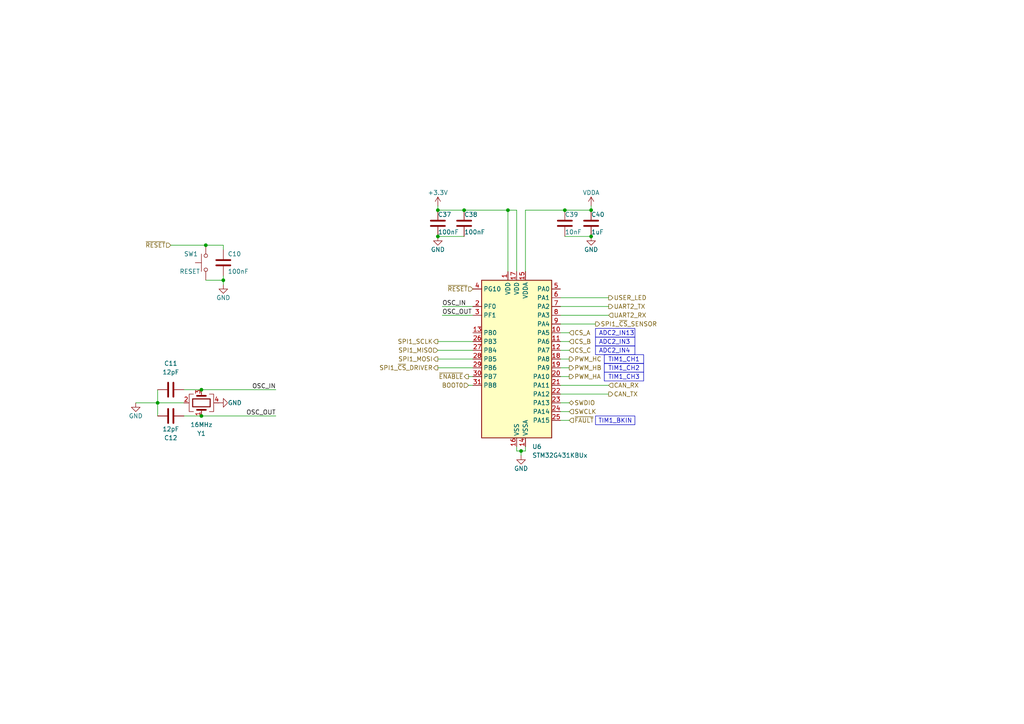
<source format=kicad_sch>
(kicad_sch (version 20230121) (generator eeschema)
  (paper "A4")
  (lib_symbols
    (symbol "Device:C" (pin_numbers hide) (pin_names (offset 0.254))
      (property "Reference" "C" (at 0.635 2.54 0))
      (property "Value" "C" (at 0.635 -2.54 0))
      (symbol "C_0_1"
        (polyline (pts (xy -2.032 -0.762) (xy 2.032 -0.762)) (stroke (width 0.508)))
        (polyline (pts (xy -2.032 0.762) (xy 2.032 0.762)) (stroke (width 0.508)))
      )
      (symbol "C_1_1"
        (pin passive line (at 0 3.81 270) (length 2.794) (name "~") (number "1"))
        (pin passive line (at 0 -3.81 90) (length 2.794) (name "~") (number "2"))
      )
    )
    (symbol "Device:Crystal_GND24" (pin_names (offset 1.016) hide)
      (property "Reference" "Y" (at 3.175 5.08 0))
      (property "Value" "Crystal_GND24" (at 3.175 3.175 0))
      (symbol "Crystal_GND24_0_1"
        (rectangle (start -1.143 2.54) (end 1.143 -2.54) (stroke (width 0.3048)))
        (polyline (pts (xy -2.54 0) (xy -2.032 0)))
        (polyline (pts (xy -2.032 -1.27) (xy -2.032 1.27)) (stroke (width 0.508)))
        (polyline (pts (xy 0 -3.81) (xy 0 -3.556)))
        (polyline (pts (xy 0 3.556) (xy 0 3.81)))
        (polyline (pts (xy 2.032 -1.27) (xy 2.032 1.27)) (stroke (width 0.508)))
        (polyline (pts (xy 2.032 0) (xy 2.54 0)))
        (polyline (pts (xy -2.54 -2.286) (xy -2.54 -3.556) (xy 2.54 -3.556) (xy 2.54 -2.286)))
        (polyline (pts (xy -2.54 2.286) (xy -2.54 3.556) (xy 2.54 3.556) (xy 2.54 2.286)))
      )
      (symbol "Crystal_GND24_1_1"
        (pin passive line (at -3.81 0 0) (length 1.27) (name "1") (number "1"))
        (pin passive line (at 0 5.08 270) (length 1.27) (name "2") (number "2"))
        (pin passive line (at 3.81 0 180) (length 1.27) (name "3") (number "3"))
        (pin passive line (at 0 -5.08 90) (length 1.27) (name "4") (number "4"))
      )
    )
    (symbol "GND_1" (power) (pin_names (offset 0))
      (property "Value" "GND_1" (at 0 -3.81 0))
      (symbol "GND_1_0_1"
        (polyline (pts (xy 0 0) (xy 0 -1.27) (xy 1.27 -1.27) (xy 0 -2.54) (xy -1.27 -1.27) (xy 0 -1.27)))
      )
      (symbol "GND_1_1_1"
        (pin power_in line (at 0 0 270) (length 0) hide (name "GND") (number "1"))
      )
    )
    (symbol "GND_2" (power) (pin_names (offset 0))
      (property "Value" "GND_2" (at 0 -3.81 0))
      (symbol "GND_2_0_1"
        (polyline (pts (xy 0 0) (xy 0 -1.27) (xy 1.27 -1.27) (xy 0 -2.54) (xy -1.27 -1.27) (xy 0 -1.27)))
      )
      (symbol "GND_2_1_1"
        (pin power_in line (at 0 0 270) (length 0) hide (name "GND") (number "1"))
      )
    )
    (symbol "MCU_ST_STM32G4:STM32G431KBUx"
      (property "Reference" "U" (at -10.16 24.13 0))
      (property "Value" "STM32G431KBUx" (at 5.08 24.13 0))
      (symbol "STM32G431KBUx_0_1"
        (rectangle (start -10.16 -22.86) (end 10.16 22.86) (stroke (width 0.254)) (fill (type background)))
      )
      (symbol "STM32G431KBUx_1_1"
        (pin power_in line (at -2.54 25.4 270) (length 2.54) (name "VDD") (number "1"))
        (pin bidirectional line (at 12.7 7.62 180) (length 2.54) (name "PA5") (number "10"))
        (pin bidirectional line (at 12.7 5.08 180) (length 2.54) (name "PA6") (number "11"))
        (pin bidirectional line (at 12.7 2.54 180) (length 2.54) (name "PA7") (number "12"))
        (pin bidirectional line (at -12.7 7.62 0) (length 2.54) (name "PB0") (number "13"))
        (pin power_in line (at 2.54 -25.4 90) (length 2.54) (name "VSSA") (number "14"))
        (pin power_in line (at 2.54 25.4 270) (length 2.54) (name "VDDA") (number "15"))
        (pin power_in line (at 0 -25.4 90) (length 2.54) (name "VSS") (number "16"))
        (pin power_in line (at 0 25.4 270) (length 2.54) (name "VDD") (number "17"))
        (pin bidirectional line (at 12.7 0 180) (length 2.54) (name "PA8") (number "18"))
        (pin bidirectional line (at 12.7 -2.54 180) (length 2.54) (name "PA9") (number "19"))
        (pin bidirectional line (at -12.7 15.24 0) (length 2.54) (name "PF0") (number "2"))
        (pin bidirectional line (at 12.7 -5.08 180) (length 2.54) (name "PA10") (number "20"))
        (pin bidirectional line (at 12.7 -7.62 180) (length 2.54) (name "PA11") (number "21"))
        (pin bidirectional line (at 12.7 -10.16 180) (length 2.54) (name "PA12") (number "22"))
        (pin bidirectional line (at 12.7 -12.7 180) (length 2.54) (name "PA13") (number "23"))
        (pin bidirectional line (at 12.7 -15.24 180) (length 2.54) (name "PA14") (number "24"))
        (pin bidirectional line (at 12.7 -17.78 180) (length 2.54) (name "PA15") (number "25"))
        (pin bidirectional line (at -12.7 5.08 0) (length 2.54) (name "PB3") (number "26"))
        (pin bidirectional line (at -12.7 2.54 0) (length 2.54) (name "PB4") (number "27"))
        (pin bidirectional line (at -12.7 0 0) (length 2.54) (name "PB5") (number "28"))
        (pin bidirectional line (at -12.7 -2.54 0) (length 2.54) (name "PB6") (number "29"))
        (pin bidirectional line (at -12.7 12.7 0) (length 2.54) (name "PF1") (number "3"))
        (pin bidirectional line (at -12.7 -5.08 0) (length 2.54) (name "PB7") (number "30"))
        (pin bidirectional line (at -12.7 -7.62 0) (length 2.54) (name "PB8") (number "31"))
        (pin passive line (at 0 -25.4 90) (length 2.54) hide (name "VSS") (number "32"))
        (pin passive line (at 0 -25.4 90) (length 2.54) hide (name "VSS") (number "33"))
        (pin bidirectional line (at -12.7 20.32 0) (length 2.54) (name "PG10") (number "4"))
        (pin bidirectional line (at 12.7 20.32 180) (length 2.54) (name "PA0") (number "5"))
        (pin bidirectional line (at 12.7 17.78 180) (length 2.54) (name "PA1") (number "6"))
        (pin bidirectional line (at 12.7 15.24 180) (length 2.54) (name "PA2") (number "7"))
        (pin bidirectional line (at 12.7 12.7 180) (length 2.54) (name "PA3") (number "8"))
        (pin bidirectional line (at 12.7 10.16 180) (length 2.54) (name "PA4") (number "9"))
      )
    )
    (symbol "Switch:SW_Push" (pin_numbers hide) (pin_names (offset 1.016) hide)
      (property "Reference" "SW" (at 1.27 2.54 0))
      (property "Value" "SW_Push" (at 0 -1.524 0))
      (symbol "SW_Push_0_1"
        (circle (center -2.032 0) (radius 0.508))
        (polyline (pts (xy 0 1.27) (xy 0 3.048)))
        (polyline (pts (xy 2.54 1.27) (xy -2.54 1.27)))
        (circle (center 2.032 0) (radius 0.508))
        (pin passive line (at -5.08 0 0) (length 2.54) (name "1") (number "1"))
        (pin passive line (at 5.08 0 180) (length 2.54) (name "2") (number "2"))
      )
    )
    (symbol "power:+3.3V" (power) (pin_names (offset 0))
      (property "Value" "+3.3V" (at 0 3.556 0))
      (symbol "+3.3V_0_1"
        (polyline (pts (xy -0.762 1.27) (xy 0 2.54)))
        (polyline (pts (xy 0 0) (xy 0 2.54)))
        (polyline (pts (xy 0 2.54) (xy 0.762 1.27)))
      )
      (symbol "+3.3V_1_1"
        (pin power_in line (at 0 0 90) (length 0) hide (name "+3.3V") (number "1"))
      )
    )
    (symbol "power:GND" (power) (pin_names (offset 0))
      (property "Value" "GND" (at 0 -3.81 0))
      (symbol "GND_0_1"
        (polyline (pts (xy 0 0) (xy 0 -1.27) (xy 1.27 -1.27) (xy 0 -2.54) (xy -1.27 -1.27) (xy 0 -1.27)))
      )
      (symbol "GND_1_1"
        (pin power_in line (at 0 0 270) (length 0) hide (name "GND") (number "1"))
      )
    )
    (symbol "power:VDDA" (power) (pin_names (offset 0))
      (property "Value" "VDDA" (at 0 3.81 0))
      (symbol "VDDA_0_1"
        (polyline (pts (xy -0.762 1.27) (xy 0 2.54)))
        (polyline (pts (xy 0 0) (xy 0 2.54)))
        (polyline (pts (xy 0 2.54) (xy 0.762 1.27)))
      )
      (symbol "VDDA_1_1"
        (pin power_in line (at 0 0 90) (length 0) hide (name "VDDA") (number "1"))
      )
    )
  )
  (junction (at 151.13 130.81))
  (junction (at 59.69 71.12))
  (junction (at 127 68.58))
  (junction (at 64.77 81.28))
  (junction (at 58.42 120.65))
  (junction (at 147.32 60.96))
  (junction (at 171.45 60.96))
  (junction (at 45.72 116.84))
  (junction (at 171.45 68.58))
  (junction (at 127 60.96))
  (junction (at 134.62 60.96))
  (junction (at 58.42 113.03))
  (junction (at 163.83 60.96))
  (wire (pts (xy 165.1 99.06) (xy 162.56 99.06)))
  (wire (pts (xy 152.4 60.96) (xy 152.4 78.74)))
  (wire (pts (xy 39.37 116.84) (xy 45.72 116.84)))
  (wire (pts (xy 59.69 71.12) (xy 49.53 71.12)))
  (wire (pts (xy 165.1 121.92) (xy 162.56 121.92)))
  (wire (pts (xy 128.27 91.44) (xy 137.16 91.44)))
  (wire (pts (xy 53.34 113.03) (xy 58.42 113.03)))
  (wire (pts (xy 163.83 68.58) (xy 171.45 68.58)))
  (wire (pts (xy 147.32 60.96) (xy 147.32 78.74)))
  (wire (pts (xy 58.42 113.03) (xy 80.01 113.03)))
  (wire (pts (xy 59.69 71.12) (xy 64.77 71.12)))
  (wire (pts (xy 149.86 60.96) (xy 149.86 78.74)))
  (wire (pts (xy 162.56 116.84) (xy 165.1 116.84)))
  (wire (pts (xy 64.77 81.28) (xy 64.77 80.01)))
  (wire (pts (xy 162.56 111.76) (xy 176.53 111.76)))
  (wire (pts (xy 152.4 60.96) (xy 163.83 60.96)))
  (wire (pts (xy 53.34 120.65) (xy 58.42 120.65)))
  (wire (pts (xy 171.45 59.69) (xy 171.45 60.96)))
  (wire (pts (xy 134.62 60.96) (xy 127 60.96)))
  (wire (pts (xy 127 68.58) (xy 134.62 68.58)))
  (wire (pts (xy 151.13 130.81) (xy 152.4 130.81)))
  (wire (pts (xy 64.77 81.28) (xy 64.77 82.55)))
  (wire (pts (xy 149.86 60.96) (xy 147.32 60.96)))
  (wire (pts (xy 176.53 86.36) (xy 162.56 86.36)))
  (wire (pts (xy 45.72 116.84) (xy 53.34 116.84)))
  (wire (pts (xy 127 101.6) (xy 137.16 101.6)))
  (wire (pts (xy 162.56 88.9) (xy 176.53 88.9)))
  (wire (pts (xy 45.72 113.03) (xy 45.72 116.84)))
  (wire (pts (xy 162.56 91.44) (xy 176.53 91.44)))
  (wire (pts (xy 162.56 114.3) (xy 176.53 114.3)))
  (wire (pts (xy 162.56 106.68) (xy 165.1 106.68)))
  (wire (pts (xy 64.77 71.12) (xy 64.77 72.39)))
  (wire (pts (xy 127 99.06) (xy 137.16 99.06)))
  (wire (pts (xy 134.62 60.96) (xy 147.32 60.96)))
  (wire (pts (xy 162.56 109.22) (xy 165.1 109.22)))
  (wire (pts (xy 151.13 132.08) (xy 151.13 130.81)))
  (wire (pts (xy 45.72 116.84) (xy 45.72 120.65)))
  (wire (pts (xy 135.89 109.22) (xy 137.16 109.22)))
  (wire (pts (xy 127 104.14) (xy 137.16 104.14)))
  (wire (pts (xy 127 59.69) (xy 127 60.96)))
  (wire (pts (xy 59.69 81.28) (xy 64.77 81.28)))
  (wire (pts (xy 162.56 119.38) (xy 165.1 119.38)))
  (wire (pts (xy 165.1 101.6) (xy 162.56 101.6)))
  (wire (pts (xy 151.13 130.81) (xy 149.86 130.81)))
  (wire (pts (xy 128.27 88.9) (xy 137.16 88.9)))
  (wire (pts (xy 163.83 60.96) (xy 171.45 60.96)))
  (wire (pts (xy 162.56 104.14) (xy 165.1 104.14)))
  (wire (pts (xy 58.42 120.65) (xy 80.01 120.65)))
  (wire (pts (xy 127 106.68) (xy 137.16 106.68)))
  (wire (pts (xy 135.89 111.76) (xy 137.16 111.76)))
  (wire (pts (xy 149.86 130.81) (xy 149.86 129.54)))
  (wire (pts (xy 152.4 129.54) (xy 152.4 130.81)))
  (wire (pts (xy 172.72 93.98) (xy 162.56 93.98)))
  (wire (pts (xy 165.1 96.52) (xy 162.56 96.52)))
  (text_box "TIM1_CH3" (at 175.26 107.95 0) (size 11.43 2.54) (effects (font (size 1.27 1.27))))
  (text_box "TIM1_BKIN" (at 172.72 120.65 0) (size 11.43 2.54) (effects (font (size 1.27 1.27))))
  (text_box "TIM1_CH1" (at 175.26 102.87 0) (size 11.43 2.54) (effects (font (size 1.27 1.27))))
  (text_box "ADC2_IN3" (at 172.72 97.79 0) (size 11.43 2.54) (effects (font (size 1.27 1.27)) (justify left)))
  (text_box "ADC2_IN13" (at 172.72 95.25 0) (size 11.43 2.54) (effects (font (size 1.27 1.27)) (justify left)))
  (text_box "ADC2_IN4" (at 172.72 100.33 0) (size 11.43 2.54) (effects (font (size 1.27 1.27)) (justify left)))
  (text_box "TIM1_CH2" (at 175.26 105.41 0) (size 11.43 2.54) (effects (font (size 1.27 1.27))))
  (label "OSC_IN" (at 128.27 88.9 0))
  (label "OSC_IN" (at 80.01 113.03 180))
  (label "OSC_OUT" (at 128.27 91.44 0))
  (label "OSC_OUT" (at 80.01 120.65 180))
  (hierarchical_label "~{RESET}" (shape input) (at 137.16 83.82 180))
  (hierarchical_label "~{FAULT}" (shape input) (at 165.1 121.92 0))
  (hierarchical_label "UART2_TX" (shape output) (at 176.53 88.9 0))
  (hierarchical_label "CS_C" (shape input) (at 165.1 101.6 0))
  (hierarchical_label "~{ENABLE}" (shape output) (at 135.89 109.22 180))
  (hierarchical_label "USER_LED" (shape output) (at 176.53 86.36 0))
  (hierarchical_label "SWCLK" (shape input) (at 165.1 119.38 0))
  (hierarchical_label "SWDIO" (shape bidirectional) (at 165.1 116.84 0))
  (hierarchical_label "CS_B" (shape input) (at 165.1 99.06 0))
  (hierarchical_label "CS_A" (shape input) (at 165.1 96.52 0))
  (hierarchical_label "SPI1_MISO" (shape input) (at 127 101.6 180))
  (hierarchical_label "BOOT0" (shape input) (at 135.89 111.76 180))
  (hierarchical_label "SPI1_~{CS}_DRIVER" (shape output) (at 127 106.68 180))
  (hierarchical_label "CAN_RX" (shape input) (at 176.53 111.76 0))
  (hierarchical_label "PWM_HA" (shape output) (at 165.1 109.22 0))
  (hierarchical_label "CAN_TX" (shape output) (at 176.53 114.3 0))
  (hierarchical_label "SPI1_SCLK" (shape output) (at 127 99.06 180))
  (hierarchical_label "UART2_RX" (shape input) (at 176.53 91.44 0))
  (hierarchical_label "SPI1_MOSI" (shape output) (at 127 104.14 180))
  (hierarchical_label "PWM_HB" (shape output) (at 165.1 106.68 0))
  (hierarchical_label "SPI1_~{CS}_SENSOR" (shape output) (at 172.72 93.98 0))
  (hierarchical_label "PWM_HC" (shape output) (at 165.1 104.14 0))
  (hierarchical_label "~{RESET}" (shape input) (at 49.53 71.12 180))
  (symbol (lib_id "MCU_ST_STM32G4:STM32G431KBUx") (at 149.86 104.14 0) (unit 1)
    (property "Reference" "U6" (at 154.3559 129.54 0) (effects (justify left)))
    (property "Value" "STM32G431KBUx" (at 154.3559 132.08 0) (effects (justify left)))
    (property "Footprint" "Package_DFN_QFN:QFN-32-1EP_5x5mm_P0.5mm_EP3.45x3.45mm" (effects hide))
    (property "Datasheet" "https://www.st.com/resource/en/datasheet/stm32g431kb.pdf" (effects hide))
  )
  (symbol (lib_id "power:VDDA") (at 171.45 59.69 0) (unit 1)
    (property "Reference" "#PWR013" (effects hide))
    (property "Value" "VDDA" (at 171.45 55.88 0))
    (instances (project "moco-oi401" (path "" (reference "#PWR013") (unit 1)) (path "" (reference "#PWR015") (unit 1))))
  )
  (symbol (lib_id "Device:C") (at 163.83 64.77 0) (unit 1)
    (property "Reference" "C39" (at 163.83 62.23 0) (effects (justify left)))
    (property "Value" "10nF" (at 163.83 67.31 0) (effects (justify left)))
    (property "Footprint" "Capacitor_SMD:C_0402_1005Metric" (effects hide))
    (property "LCSC" "C15195" (effects hide))
    (property "MFR. Part#" "CL05B103KB5NNNC" (effects hide))
    (instances (project "moco-oi401" (path "" (reference "C39") (unit 1))) (project "moco-od501" (path "" (reference "C?") (unit 1))))
  )
  (symbol (lib_id "power:GND") (at 127 68.58 0) (unit 1)
    (property "Reference" "#PWR043" (effects hide))
    (property "Value" "GND" (at 127 72.39 0))
    (instances (project "moco-oi401" (path "" (reference "#PWR043") (unit 1))) (project "moco-od501" (path "" (reference "#PWR?") (unit 1))))
  )
  (symbol (lib_id "power:GND") (at 64.77 82.55 0) (unit 1)
    (property "Reference" "#PWR019" (effects hide))
    (property "Value" "GND" (at 64.77 86.36 0))
    (instances (project "moco-oi401" (path "" (reference "#PWR019") (unit 1))) (project "moco-od501" (path "" (reference "#PWR?") (unit 1))))
  )
  (symbol (lib_id "Device:C") (at 64.77 76.2 0) (unit 1)
    (property "Reference" "C10" (at 66.04 73.66 0) (effects (justify left)))
    (property "Value" "100nF" (at 66.04 78.74 0) (effects (justify left)))
    (property "Footprint" "Capacitor_SMD:C_0402_1005Metric" (effects hide))
    (property "LCSC" "C1525" (effects hide))
    (property "MFR. Part#" "CL05B104KO5NNNC" (effects hide))
    (instances (project "moco-oi401" (path "" (reference "C10") (unit 1))) (project "moco-od501" (path "" (reference "C?") (unit 1))))
  )
  (symbol (lib_name "GND_1") (lib_id "power:GND") (at 39.37 116.84 0) (unit 1)
    (property "Reference" "#PWR020" (effects hide))
    (property "Value" "GND" (at 39.37 120.65 0))
    (instances (project "moco-oi401" (path "" (reference "#PWR020") (unit 1))) (project "moco-od501" (path "" (reference "#PWR?") (unit 1))))
  )
  (symbol (lib_id "power:GND") (at 171.45 68.58 0) (unit 1)
    (property "Reference" "#PWR044" (effects hide))
    (property "Value" "GND" (at 171.45 72.39 0))
    (instances (project "moco-oi401" (path "" (reference "#PWR044") (unit 1))) (project "moco-od501" (path "" (reference "#PWR?") (unit 1))))
  )
  (symbol (lib_id "Device:C") (at 127 64.77 0) (unit 1)
    (property "Reference" "C37" (at 127 62.23 0) (effects (justify left)))
    (property "Value" "100nF" (at 127 67.31 0) (effects (justify left)))
    (property "Footprint" "Capacitor_SMD:C_0402_1005Metric" (effects hide))
    (property "LCSC" "C1525" (effects hide))
    (property "MFR. Part#" "CL05B104KO5NNNC" (effects hide))
    (instances (project "moco-oi401" (path "" (reference "C37") (unit 1))) (project "moco-od501" (path "" (reference "C?") (unit 1))))
  )
  (symbol (lib_id "Device:C") (at 49.53 113.03 90) (unit 1)
    (property "Reference" "C11" (at 49.53 105.41 90))
    (property "Value" "12pF" (at 49.53 107.95 90))
    (property "Footprint" "Capacitor_SMD:C_0402_1005Metric" (effects hide))
    (property "LCSC" "C1547" (effects hide))
    (property "MFR. Part#" "0402CG120J500NT" (effects hide))
    (instances (project "moco-oi401" (path "" (reference "C11") (unit 1))) (project "moco-od501" (path "" (reference "C?") (unit 1))))
  )
  (symbol (lib_id "Device:C") (at 49.53 120.65 90) (unit 1)
    (property "Reference" "C12" (at 49.53 127 90))
    (property "Value" "12pF" (at 49.53 124.46 90))
    (property "Footprint" "Capacitor_SMD:C_0402_1005Metric" (effects hide))
    (property "LCSC" "C1547" (effects hide))
    (property "MFR. Part#" "0402CG120J500NT" (effects hide))
    (instances (project "moco-oi401" (path "" (reference "C12") (unit 1))) (project "moco-od501" (path "" (reference "C?") (unit 1))))
  )
  (symbol (lib_name "GND_2") (lib_id "power:GND") (at 63.5 116.84 90) (unit 1)
    (property "Reference" "#PWR021" (effects hide))
    (property "Value" "GND" (at 66.04 116.84 90) (effects (justify right)))
    (instances (project "moco-oi401" (path "" (reference "#PWR021") (unit 1))) (project "moco-od501" (path "" (reference "#PWR?") (unit 1))))
  )
  (symbol (lib_id "Switch:SW_Push") (at 59.69 76.2 90) (unit 1)
    (property "Reference" "SW1" (at 53.34 73.66 90) (effects (justify right)))
    (property "Value" "RESET" (at 52.07 78.74 90) (effects (justify right)))
    (property "Footprint" "Button_Switch_SMD:SW_SPST_B3U-1000P" (effects hide))
    (instances (project "moco-oi401" (path "" (reference "SW1") (unit 1))) (project "moco-od501" (path "" (reference "SW?") (unit 1))))
  )
  (symbol (lib_id "Device:Crystal_GND24") (at 58.42 116.84 90) (unit 1)
    (property "Reference" "Y1" (at 58.42 125.73 90))
    (property "Value" "16MHz" (at 58.42 123.19 90))
    (property "Footprint" "Crystal:Crystal_SMD_3225-4Pin_3.2x2.5mm" (effects hide))
    (property "LCSC" "C13738" (effects hide))
    (property "MFR. Part#" "X322516MLB4SI" (effects hide))
    (instances (project "moco-oi401" (path "" (reference "Y1") (unit 1))) (project "moco-od501" (path "" (reference "Y?") (unit 1))))
  )
  (symbol (lib_id "Device:C") (at 171.45 64.77 0) (unit 1)
    (property "Reference" "C40" (at 171.45 62.23 0) (effects (justify left)))
    (property "Value" "1uF" (at 171.45 67.31 0) (effects (justify left)))
    (property "Footprint" "Capacitor_SMD:C_0402_1005Metric" (effects hide))
    (property "LCSC" "C52923" (effects hide))
    (property "MFR. Part#" "CL05A105KA5NQNC" (effects hide))
    (instances (project "moco-oi401" (path "" (reference "C40") (unit 1))) (project "moco-od501" (path "" (reference "C?") (unit 1))))
  )
  (symbol (lib_id "power:GND") (at 151.13 132.08 0) (mirror y) (unit 1)
    (property "Reference" "#PWR045" (effects hide))
    (property "Value" "GND" (at 151.13 135.89 0))
    (instances (project "moco-oi401" (path "" (reference "#PWR045") (unit 1))) (project "moco-od501" (path "" (reference "#PWR?") (unit 1))))
  )
  (symbol (lib_id "power:+3.3V") (at 127 59.69 0) (unit 1)
    (property "Reference" "#PWR042" (effects hide))
    (property "Value" "+3.3V" (at 127 55.88 0))
    (instances (project "moco-oi401" (path "" (reference "#PWR042") (unit 1))) (project "moco-od501" (path "" (reference "#PWR?") (unit 1))))
  )
  (symbol (lib_id "Device:C") (at 134.62 64.77 0) (unit 1)
    (property "Reference" "C38" (at 134.62 62.23 0) (effects (justify left)))
    (property "Value" "100nF" (at 134.62 67.31 0) (effects (justify left)))
    (property "Footprint" "Capacitor_SMD:C_0402_1005Metric" (effects hide))
    (property "LCSC" "C1525" (effects hide))
    (property "MFR. Part#" "CL05B104KO5NNNC" (effects hide))
    (instances (project "moco-oi401" (path "" (reference "C38") (unit 1))) (project "moco-od501" (path "" (reference "C?") (unit 1))))
  )
)
</source>
